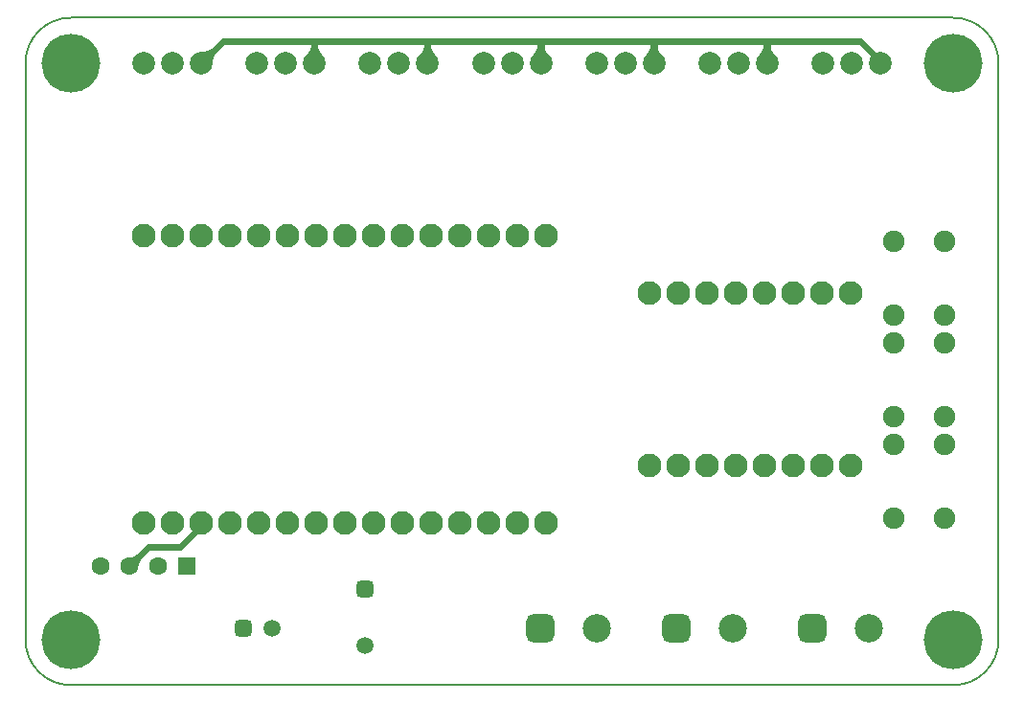
<source format=gtl>
G04*
G04 #@! TF.GenerationSoftware,Altium Limited,Altium Designer,24.4.1 (13)*
G04*
G04 Layer_Physical_Order=1*
G04 Layer_Color=255*
%FSLAX44Y44*%
%MOMM*%
G71*
G04*
G04 #@! TF.SameCoordinates,63E37870-44FF-48FD-8248-C193DD5CA91D*
G04*
G04*
G04 #@! TF.FilePolarity,Positive*
G04*
G01*
G75*
%ADD10C,0.2000*%
%ADD14C,2.1000*%
%ADD17C,1.6000*%
%ADD25C,0.6000*%
%ADD26C,2.0000*%
%ADD27R,1.6000X1.6000*%
%ADD28C,1.5000*%
G04:AMPARAMS|DCode=29|XSize=1.5mm|YSize=1.5mm|CornerRadius=0.375mm|HoleSize=0mm|Usage=FLASHONLY|Rotation=180.000|XOffset=0mm|YOffset=0mm|HoleType=Round|Shape=RoundedRectangle|*
%AMROUNDEDRECTD29*
21,1,1.5000,0.7500,0,0,180.0*
21,1,0.7500,1.5000,0,0,180.0*
1,1,0.7500,-0.3750,0.3750*
1,1,0.7500,0.3750,0.3750*
1,1,0.7500,0.3750,-0.3750*
1,1,0.7500,-0.3750,-0.3750*
%
%ADD29ROUNDEDRECTD29*%
G04:AMPARAMS|DCode=30|XSize=1.5mm|YSize=1.5mm|CornerRadius=0.375mm|HoleSize=0mm|Usage=FLASHONLY|Rotation=90.000|XOffset=0mm|YOffset=0mm|HoleType=Round|Shape=RoundedRectangle|*
%AMROUNDEDRECTD30*
21,1,1.5000,0.7500,0,0,90.0*
21,1,0.7500,1.5000,0,0,90.0*
1,1,0.7500,0.3750,0.3750*
1,1,0.7500,0.3750,-0.3750*
1,1,0.7500,-0.3750,-0.3750*
1,1,0.7500,-0.3750,0.3750*
%
%ADD30ROUNDEDRECTD30*%
%ADD31C,2.5000*%
G04:AMPARAMS|DCode=32|XSize=2.5mm|YSize=2.5mm|CornerRadius=0.625mm|HoleSize=0mm|Usage=FLASHONLY|Rotation=0.000|XOffset=0mm|YOffset=0mm|HoleType=Round|Shape=RoundedRectangle|*
%AMROUNDEDRECTD32*
21,1,2.5000,1.2500,0,0,0.0*
21,1,1.2500,2.5000,0,0,0.0*
1,1,1.2500,0.6250,-0.6250*
1,1,1.2500,-0.6250,-0.6250*
1,1,1.2500,-0.6250,0.6250*
1,1,1.2500,0.6250,0.6250*
%
%ADD32ROUNDEDRECTD32*%
%ADD33C,1.9000*%
%ADD34C,5.2000*%
G36*
X1998616Y1235975D02*
X1998085Y1235407D01*
X1997610Y1234823D01*
X1997193Y1234221D01*
X1996832Y1233603D01*
X1996528Y1232968D01*
X1996280Y1232316D01*
X1996089Y1231646D01*
X1995954Y1230961D01*
X1995877Y1230258D01*
X1995856Y1229538D01*
X1987936Y1237458D01*
X1988656Y1237479D01*
X1989359Y1237557D01*
X1990045Y1237691D01*
X1990714Y1237882D01*
X1991366Y1238130D01*
X1992001Y1238434D01*
X1992619Y1238795D01*
X1993221Y1239212D01*
X1993805Y1239687D01*
X1994373Y1240218D01*
X1998616Y1235975D01*
D02*
G37*
G36*
X2064365Y1683325D02*
X2063764Y1682667D01*
X2063228Y1681961D01*
X2062756Y1681206D01*
X2062348Y1680403D01*
X2062005Y1679550D01*
X2061726Y1678649D01*
X2061512Y1677699D01*
X2061362Y1676701D01*
X2061277Y1675654D01*
X2061256Y1674558D01*
X2051356Y1684458D01*
X2052452Y1684479D01*
X2053499Y1684564D01*
X2054498Y1684714D01*
X2055447Y1684928D01*
X2056348Y1685207D01*
X2057200Y1685550D01*
X2058004Y1685958D01*
X2058759Y1686430D01*
X2059465Y1686967D01*
X2060123Y1687567D01*
X2064365Y1683325D01*
D02*
G37*
G36*
X2154256Y1689998D02*
X2154296Y1689108D01*
X2154416Y1688229D01*
X2154616Y1687361D01*
X2154896Y1686505D01*
X2155256Y1685659D01*
X2155696Y1684825D01*
X2156216Y1684002D01*
X2156816Y1683190D01*
X2157496Y1682389D01*
X2158256Y1681600D01*
X2144256D01*
X2145016Y1682389D01*
X2145696Y1683190D01*
X2146296Y1684002D01*
X2146816Y1684825D01*
X2147256Y1685659D01*
X2147616Y1686505D01*
X2147896Y1687361D01*
X2148096Y1688229D01*
X2148216Y1689108D01*
X2148256Y1689998D01*
X2154256D01*
D02*
G37*
G36*
X2254256D02*
X2254296Y1689108D01*
X2254416Y1688229D01*
X2254616Y1687361D01*
X2254896Y1686505D01*
X2255256Y1685659D01*
X2255696Y1684825D01*
X2256216Y1684002D01*
X2256816Y1683190D01*
X2257496Y1682389D01*
X2258256Y1681600D01*
X2244256D01*
X2245016Y1682389D01*
X2245696Y1683190D01*
X2246296Y1684002D01*
X2246816Y1684825D01*
X2247256Y1685659D01*
X2247616Y1686505D01*
X2247896Y1687361D01*
X2248096Y1688229D01*
X2248216Y1689108D01*
X2248256Y1689998D01*
X2254256D01*
D02*
G37*
G36*
X2354256D02*
X2354296Y1689108D01*
X2354416Y1688229D01*
X2354616Y1687361D01*
X2354896Y1686505D01*
X2355256Y1685659D01*
X2355696Y1684825D01*
X2356216Y1684002D01*
X2356816Y1683190D01*
X2357496Y1682389D01*
X2358256Y1681600D01*
X2344256D01*
X2345016Y1682389D01*
X2345696Y1683190D01*
X2346296Y1684002D01*
X2346816Y1684825D01*
X2347256Y1685659D01*
X2347616Y1686505D01*
X2347896Y1687361D01*
X2348096Y1688229D01*
X2348216Y1689108D01*
X2348256Y1689998D01*
X2354256D01*
D02*
G37*
G36*
X2454256D02*
X2454296Y1689108D01*
X2454416Y1688229D01*
X2454616Y1687361D01*
X2454896Y1686505D01*
X2455256Y1685659D01*
X2455696Y1684825D01*
X2456216Y1684002D01*
X2456816Y1683190D01*
X2457496Y1682389D01*
X2458256Y1681600D01*
X2444256D01*
X2445016Y1682389D01*
X2445696Y1683190D01*
X2446296Y1684002D01*
X2446816Y1684825D01*
X2447256Y1685659D01*
X2447616Y1686505D01*
X2447896Y1687361D01*
X2448096Y1688229D01*
X2448216Y1689108D01*
X2448256Y1689998D01*
X2454256D01*
D02*
G37*
G36*
X2554256Y1689998D02*
X2554296Y1689108D01*
X2554416Y1688229D01*
X2554616Y1687361D01*
X2554896Y1686505D01*
X2555256Y1685659D01*
X2555696Y1684825D01*
X2556216Y1684002D01*
X2556816Y1683190D01*
X2557496Y1682389D01*
X2558256Y1681600D01*
X2544256D01*
X2545016Y1682389D01*
X2545696Y1683190D01*
X2546296Y1684002D01*
X2546816Y1684825D01*
X2547256Y1685659D01*
X2547616Y1686505D01*
X2547896Y1687361D01*
X2548096Y1688229D01*
X2548216Y1689108D01*
X2548256Y1689998D01*
X2554256D01*
D02*
G37*
D10*
X1895856Y1164458D02*
G03*
X1935856Y1124458I40000J0D01*
G01*
Y1714458D02*
G03*
X1895856Y1674458I0J-40000D01*
G01*
X2755856D02*
G03*
X2715856Y1714458I-40000J0D01*
G01*
Y1124458D02*
G03*
X2755856Y1164458I0J40000D01*
G01*
X1935856Y1714458D02*
X2715856Y1714458D01*
X1935856Y1124458D02*
X2715856Y1124458D01*
X1895856Y1674458D02*
X1895856Y1164458D01*
X2755856Y1674458D02*
X2755856Y1164458D01*
D14*
X2624756Y1470658D02*
D03*
X2523156D02*
D03*
X2624756Y1318258D02*
D03*
X2599356D02*
D03*
X2573956D02*
D03*
X2548556D02*
D03*
X2523156D02*
D03*
X2497756D02*
D03*
X2472356D02*
D03*
X2446956D02*
D03*
X2599356Y1470658D02*
D03*
X2497756D02*
D03*
X2472356D02*
D03*
X2446956D02*
D03*
X2548556D02*
D03*
X2573956D02*
D03*
X2000556Y1267458D02*
D03*
X2025956D02*
D03*
X2051356D02*
D03*
X2076756D02*
D03*
X2102156D02*
D03*
X2127556D02*
D03*
X2152956D02*
D03*
X2178356D02*
D03*
X2203756D02*
D03*
X2229156D02*
D03*
X2254556D02*
D03*
X2279956D02*
D03*
X2305356D02*
D03*
X2330756D02*
D03*
X2356156D02*
D03*
X2000556Y1521458D02*
D03*
X2025956D02*
D03*
X2076756D02*
D03*
X2152956D02*
D03*
X2178356D02*
D03*
X2203756D02*
D03*
X2229156D02*
D03*
X2254556D02*
D03*
X2279956D02*
D03*
X2305356D02*
D03*
X2330756D02*
D03*
X2356156D02*
D03*
X2127556D02*
D03*
X2102156D02*
D03*
X2051356D02*
D03*
D17*
X2013256Y1229458D02*
D03*
X1987856D02*
D03*
X1962456D02*
D03*
D25*
X2152956Y1693458D02*
X2251181D01*
X2070256D02*
X2152956D01*
X2151256Y1674458D02*
Y1691758D01*
X2152956Y1693458D01*
X2251181D02*
X2351789D01*
X2251181D02*
X2251256Y1693382D01*
Y1674458D02*
Y1693382D01*
X2351789Y1693458D02*
X2451421D01*
X2351256Y1674458D02*
Y1692925D01*
X2351789Y1693458D01*
X2451421D02*
X2551785D01*
X2451256Y1674458D02*
Y1693294D01*
X2451421Y1693458D01*
X2551785D02*
X2633726D01*
X2551256Y1674458D02*
Y1692929D01*
X2551785Y1693458D01*
X2651256Y1674458D02*
Y1675928D01*
X2633726Y1693458D02*
X2651256Y1675928D01*
X2051256Y1674458D02*
X2070256Y1693458D01*
X1987856Y1229458D02*
X2004884Y1246486D01*
X2032561D01*
X2051356Y1265281D01*
Y1267458D01*
D26*
X2000456Y1674458D02*
D03*
X2025856D02*
D03*
X2051256D02*
D03*
X2100456D02*
D03*
X2125856D02*
D03*
X2151256D02*
D03*
X2200456D02*
D03*
X2225856D02*
D03*
X2251256D02*
D03*
X2300456D02*
D03*
X2325856D02*
D03*
X2351256D02*
D03*
X2400456D02*
D03*
X2425856D02*
D03*
X2451256D02*
D03*
X2500456Y1674458D02*
D03*
X2525856D02*
D03*
X2551256D02*
D03*
X2600456Y1674458D02*
D03*
X2625856D02*
D03*
X2651256D02*
D03*
D27*
X2038656Y1229458D02*
D03*
D28*
X2113356Y1174458D02*
D03*
X2195856Y1159458D02*
D03*
D29*
X2088356Y1174458D02*
D03*
D30*
X2195856Y1209458D02*
D03*
D31*
X2640856Y1174458D02*
D03*
X2520856Y1174458D02*
D03*
X2400856Y1174458D02*
D03*
D32*
X2590856D02*
D03*
X2470856Y1174458D02*
D03*
X2350856Y1174458D02*
D03*
D33*
X2663356Y1271958D02*
D03*
X2708356D02*
D03*
X2663356Y1336958D02*
D03*
X2708356D02*
D03*
X2663356Y1361958D02*
D03*
X2708356D02*
D03*
X2663356Y1426958D02*
D03*
X2708356D02*
D03*
X2663356Y1451958D02*
D03*
X2708356D02*
D03*
X2663356Y1516958D02*
D03*
X2708356D02*
D03*
D34*
X2715856Y1164458D02*
D03*
Y1674458D02*
D03*
X1935856Y1164458D02*
D03*
Y1674458D02*
D03*
M02*

</source>
